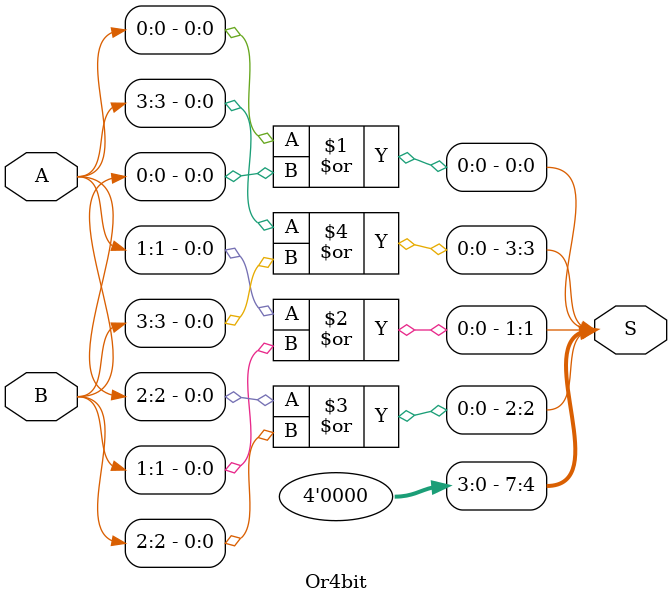
<source format=v>
module Or4bit(A, B, S);

input [3:0] A, B;
output [7:0] S;

or or0(S[0], A[0], B[0]);
or or1(S[1], A[1], B[1]);
or or2(S[2], A[2], B[2]);
or or3(S[3], A[3], B[3]);

and and4(S[4], 1'b0, 1'b0);
and and5(S[5], 1'b0, 1'b0);
and and6(S[6], 1'b0, 1'b0);
and and7(S[7], 1'b0, 1'b0);

endmodule
</source>
